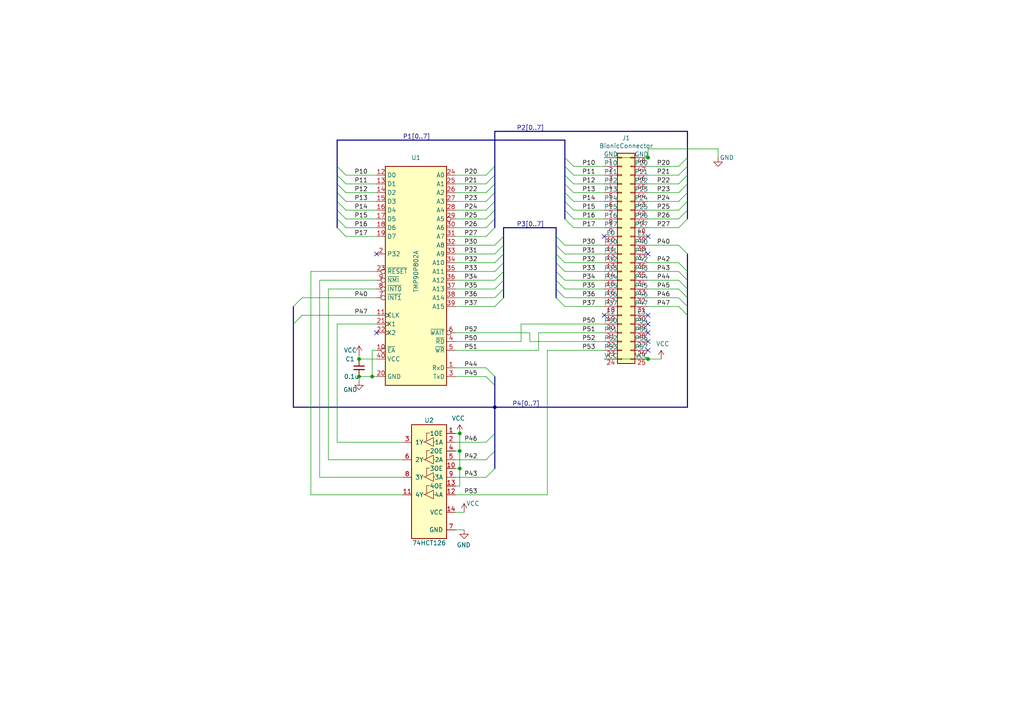
<source format=kicad_sch>
(kicad_sch (version 20211123) (generator eeschema)
  (paper "A4")
  (title_block (title "BionicTMP90P802 Mezzanine") (date "2022-01-20") (rev "1") (company "Tadashi G. Takaoka"))
  (lib_symbols
    (symbol "0-LocalLibrary:74HCT126" (pin_names (offset 1.016))
      (property "Reference" "U" (at 0 16.51 0))
      (property "Value" "74HCT126" (at 0 -19.05 0))
      (symbol "74HCT126_0_1"
        (polyline (pts (xy -1.2954 10.2108) (xy -1.6002 10.2108)))
        (polyline (pts (xy 1.2954 10.2362) (xy 1.651 10.2362)))
        (polyline (pts (xy 0.7112 10.5664) (xy 0.7112 12.827) (xy -0.127 12.827) (xy -0.1016 12.827)))
      )
      (symbol "74HCT126_1_0"
        (polyline (pts (xy 1.27 10.2362) (xy -1.27 11.5062) (xy -1.27 8.9662) (xy 1.27 10.2362)) (stroke (width 0.1524)))
        (pin input line (at -7.62 12.7 0) (length 2.54) (name "1OE") (number "1"))
        (pin input line (at -7.62 2.54 0) (length 2.54) (name "3OE") (number "10"))
        (pin tri_state line (at 7.62 -5.08 180) (length 2.54) (name "4Y") (number "11"))
        (pin input line (at -7.62 -5.08 0) (length 2.54) (name "4A") (number "12"))
        (pin input line (at -7.62 -2.54 0) (length 2.54) (name "4OE") (number "13"))
        (pin power_in line (at -7.62 -10.16 0) (length 2.54) (name "VCC") (number "14"))
        (pin input line (at -7.62 10.16 0) (length 2.54) (name "1A") (number "2"))
        (pin tri_state line (at 7.62 10.16 180) (length 2.54) (name "1Y") (number "3"))
        (pin input line (at -7.62 7.62 0) (length 2.54) (name "2OE") (number "4"))
        (pin input line (at -7.62 5.08 0) (length 2.54) (name "2A") (number "5"))
        (pin tri_state line (at 7.62 5.08 180) (length 2.54) (name "2Y") (number "6"))
        (pin power_in line (at -7.62 -15.24 0) (length 2.54) (name "GND") (number "7"))
        (pin tri_state line (at 7.62 0 180) (length 2.54) (name "3Y") (number "8"))
        (pin input line (at -7.62 0 0) (length 2.54) (name "3A") (number "9"))
      )
      (symbol "74HCT126_1_1"
        (rectangle (start -5.08 15.24) (end 5.08 -17.78) (stroke (width 0.254)) (fill (type background)))
        (polyline (pts (xy -1.2954 -5.0292) (xy -1.6002 -5.0292)))
        (polyline (pts (xy -1.2954 0.0508) (xy -1.6002 0.0508)))
        (polyline (pts (xy -1.2954 5.1308) (xy -1.6002 5.1308)))
        (polyline (pts (xy 1.2954 -5.0038) (xy 1.651 -5.0038)))
        (polyline (pts (xy 1.2954 0.0762) (xy 1.651 0.0762)))
        (polyline (pts (xy 1.2954 5.1562) (xy 1.651 5.1562)))
        (polyline (pts (xy 0.7112 -4.6736) (xy 0.7112 -2.413) (xy -0.127 -2.413) (xy -0.1016 -2.413)))
        (polyline (pts (xy 0.7112 0.4064) (xy 0.7112 2.667) (xy -0.127 2.667) (xy -0.1016 2.667)))
        (polyline (pts (xy 0.7112 5.4864) (xy 0.7112 7.747) (xy -0.127 7.747) (xy -0.1016 7.747)))
        (polyline (pts (xy 1.27 -5.0038) (xy -1.27 -3.7338) (xy -1.27 -6.2738) (xy 1.27 -5.0038)) (stroke (width 0.1524)))
        (polyline (pts (xy 1.27 0.0762) (xy -1.27 1.3462) (xy -1.27 -1.1938) (xy 1.27 0.0762)) (stroke (width 0.1524)))
        (polyline (pts (xy 1.27 5.1562) (xy -1.27 6.4262) (xy -1.27 3.8862) (xy 1.27 5.1562)) (stroke (width 0.1524)))
      )
    )
    (symbol "0-LocalLibrary:BionicConnector" (pin_names (offset 0))
      (property "Reference" "J" (at 1.27 30.48 0))
      (property "Value" "BionicConnector" (at 3.81 33.02 0))
      (symbol "BionicConnector_1_1"
        (rectangle (start -1.27 -30.353) (end 0 -30.607) (stroke (width 0.1524)))
        (rectangle (start -1.27 -27.813) (end 0 -28.067) (stroke (width 0.1524)))
        (rectangle (start -1.27 -25.273) (end 0 -25.527) (stroke (width 0.1524)))
        (rectangle (start -1.27 -22.733) (end 0 -22.987) (stroke (width 0.1524)))
        (rectangle (start -1.27 -20.193) (end 0 -20.447) (stroke (width 0.1524)))
        (rectangle (start -1.27 -17.653) (end 0 -17.907) (stroke (width 0.1524)))
        (rectangle (start -1.27 -15.113) (end 0 -15.367) (stroke (width 0.1524)))
        (rectangle (start -1.27 -12.573) (end 0 -12.827) (stroke (width 0.1524)))
        (rectangle (start -1.27 -10.033) (end 0 -10.287) (stroke (width 0.1524)))
        (rectangle (start -1.27 -7.493) (end 0 -7.747) (stroke (width 0.1524)))
        (rectangle (start -1.27 -4.953) (end 0 -5.207) (stroke (width 0.1524)))
        (rectangle (start -1.27 -2.413) (end 0 -2.667) (stroke (width 0.1524)))
        (rectangle (start -1.27 0.127) (end 0 -0.127) (stroke (width 0.1524)))
        (rectangle (start -1.27 2.667) (end 0 2.413) (stroke (width 0.1524)))
        (rectangle (start -1.27 5.207) (end 0 4.953) (stroke (width 0.1524)))
        (rectangle (start -1.27 7.747) (end 0 7.493) (stroke (width 0.1524)))
        (rectangle (start -1.27 10.287) (end 0 10.033) (stroke (width 0.1524)))
        (rectangle (start -1.27 12.827) (end 0 12.573) (stroke (width 0.1524)))
        (rectangle (start -1.27 15.367) (end 0 15.113) (stroke (width 0.1524)))
        (rectangle (start -1.27 17.907) (end 0 17.653) (stroke (width 0.1524)))
        (rectangle (start -1.27 20.447) (end 0 20.193) (stroke (width 0.1524)))
        (rectangle (start -1.27 22.987) (end 0 22.733) (stroke (width 0.1524)))
        (rectangle (start -1.27 25.527) (end 0 25.273) (stroke (width 0.1524)))
        (rectangle (start -1.27 28.067) (end 0 27.813) (stroke (width 0.1524)))
        (rectangle (start -1.27 29.21) (end 3.81 -31.75) (stroke (width 0.254)) (fill (type background)))
        (rectangle (start 3.81 -30.353) (end 2.54 -30.607) (stroke (width 0.1524)))
        (rectangle (start 3.81 -27.813) (end 2.54 -28.067) (stroke (width 0.1524)))
        (rectangle (start 3.81 -25.273) (end 2.54 -25.527) (stroke (width 0.1524)))
        (rectangle (start 3.81 -22.733) (end 2.54 -22.987) (stroke (width 0.1524)))
        (rectangle (start 3.81 -20.193) (end 2.54 -20.447) (stroke (width 0.1524)))
        (rectangle (start 3.81 -17.653) (end 2.54 -17.907) (stroke (width 0.1524)))
        (rectangle (start 3.81 -15.113) (end 2.54 -15.367) (stroke (width 0.1524)))
        (rectangle (start 3.81 -12.573) (end 2.54 -12.827) (stroke (width 0.1524)))
        (rectangle (start 3.81 -10.033) (end 2.54 -10.287) (stroke (width 0.1524)))
        (rectangle (start 3.81 -7.493) (end 2.54 -7.747) (stroke (width 0.1524)))
        (rectangle (start 3.81 -4.953) (end 2.54 -5.207) (stroke (width 0.1524)))
        (rectangle (start 3.81 -2.413) (end 2.54 -2.667) (stroke (width 0.1524)))
        (rectangle (start 3.81 0.127) (end 2.54 -0.127) (stroke (width 0.1524)))
        (rectangle (start 3.81 2.667) (end 2.54 2.413) (stroke (width 0.1524)))
        (rectangle (start 3.81 5.207) (end 2.54 4.953) (stroke (width 0.1524)))
        (rectangle (start 3.81 7.747) (end 2.54 7.493) (stroke (width 0.1524)))
        (rectangle (start 3.81 10.287) (end 2.54 10.033) (stroke (width 0.1524)))
        (rectangle (start 3.81 12.827) (end 2.54 12.573) (stroke (width 0.1524)))
        (rectangle (start 3.81 15.367) (end 2.54 15.113) (stroke (width 0.1524)))
        (rectangle (start 3.81 17.907) (end 2.54 17.653) (stroke (width 0.1524)))
        (rectangle (start 3.81 20.447) (end 2.54 20.193) (stroke (width 0.1524)))
        (rectangle (start 3.81 22.987) (end 2.54 22.733) (stroke (width 0.1524)))
        (rectangle (start 3.81 25.527) (end 2.54 25.273) (stroke (width 0.1524)))
        (rectangle (start 3.81 28.067) (end 2.54 27.813) (stroke (width 0.1524)))
        (pin power_out line (at -5.08 27.94 0) (length 3.81) (name "GND") (number "1"))
        (pin bidirectional line (at -5.08 5.08 0) (length 3.81) (name "E0") (number "10"))
        (pin bidirectional line (at -5.08 2.54 0) (length 3.81) (name "P30") (number "11"))
        (pin bidirectional line (at -5.08 0 0) (length 3.81) (name "P31") (number "12"))
        (pin bidirectional line (at -5.08 -2.54 0) (length 3.81) (name "P32") (number "13"))
        (pin bidirectional line (at -5.08 -5.08 0) (length 3.81) (name "P33") (number "14"))
        (pin bidirectional line (at -5.08 -7.62 0) (length 3.81) (name "P34") (number "15"))
        (pin bidirectional line (at -5.08 -10.16 0) (length 3.81) (name "P35") (number "16"))
        (pin bidirectional line (at -5.08 -12.7 0) (length 3.81) (name "P36") (number "17"))
        (pin bidirectional line (at -5.08 -15.24 0) (length 3.81) (name "P37") (number "18"))
        (pin bidirectional line (at -5.08 -17.78 0) (length 3.81) (name "E2") (number "19"))
        (pin bidirectional line (at -5.08 25.4 0) (length 3.81) (name "P10") (number "2"))
        (pin bidirectional line (at -5.08 -20.32 0) (length 3.81) (name "P50") (number "20"))
        (pin bidirectional line (at -5.08 -22.86 0) (length 3.81) (name "P51") (number "21"))
        (pin bidirectional line (at -5.08 -25.4 0) (length 3.81) (name "P52") (number "22"))
        (pin bidirectional line (at -5.08 -27.94 0) (length 3.81) (name "P53") (number "23"))
        (pin power_out line (at -5.08 -30.48 0) (length 3.81) (name "VCC") (number "24"))
        (pin power_in line (at 7.62 -30.48 180) (length 3.81) (name "VCC") (number "25"))
        (pin bidirectional line (at 7.62 -27.94 180) (length 3.81) (name "P57") (number "26"))
        (pin bidirectional line (at 7.62 -25.4 180) (length 3.81) (name "P56") (number "27"))
        (pin bidirectional line (at 7.62 -22.86 180) (length 3.81) (name "P55") (number "28"))
        (pin bidirectional line (at 7.62 -20.32 180) (length 3.81) (name "P54") (number "29"))
        (pin bidirectional line (at -5.08 22.86 0) (length 3.81) (name "P11") (number "3"))
        (pin bidirectional line (at 7.62 -17.78 180) (length 3.81) (name "E3") (number "30"))
        (pin bidirectional line (at 7.62 -15.24 180) (length 3.81) (name "P47") (number "31"))
        (pin bidirectional line (at 7.62 -12.7 180) (length 3.81) (name "P46") (number "32"))
        (pin bidirectional line (at 7.62 -10.16 180) (length 3.81) (name "P45") (number "33"))
        (pin bidirectional line (at 7.62 -7.62 180) (length 3.81) (name "P44") (number "34"))
        (pin bidirectional line (at 7.62 -5.08 180) (length 3.81) (name "P43") (number "35"))
        (pin bidirectional line (at 7.62 -2.54 180) (length 3.81) (name "P42") (number "36"))
        (pin bidirectional line (at 7.62 0 180) (length 3.81) (name "P41") (number "37"))
        (pin bidirectional line (at 7.62 2.54 180) (length 3.81) (name "P40") (number "38"))
        (pin bidirectional line (at 7.62 5.08 180) (length 3.81) (name "E1") (number "39"))
        (pin bidirectional line (at -5.08 20.32 0) (length 3.81) (name "P12") (number "4"))
        (pin bidirectional line (at 7.62 7.62 180) (length 3.81) (name "P27") (number "40"))
        (pin bidirectional line (at 7.62 10.16 180) (length 3.81) (name "P26") (number "41"))
        (pin bidirectional line (at 7.62 12.7 180) (length 3.81) (name "P25") (number "42"))
        (pin bidirectional line (at 7.62 15.24 180) (length 3.81) (name "P24") (number "43"))
        (pin bidirectional line (at 7.62 17.78 180) (length 3.81) (name "P23") (number "44"))
        (pin bidirectional line (at 7.62 20.32 180) (length 3.81) (name "P22") (number "45"))
        (pin bidirectional line (at 7.62 22.86 180) (length 3.81) (name "P21") (number "46"))
        (pin bidirectional line (at 7.62 25.4 180) (length 3.81) (name "P20") (number "47"))
        (pin power_in line (at 7.62 27.94 180) (length 3.81) (name "GND") (number "48"))
        (pin bidirectional line (at -5.08 17.78 0) (length 3.81) (name "P13") (number "5"))
        (pin bidirectional line (at -5.08 15.24 0) (length 3.81) (name "P14") (number "6"))
        (pin bidirectional line (at -5.08 12.7 0) (length 3.81) (name "P15") (number "7"))
        (pin bidirectional line (at -5.08 10.16 0) (length 3.81) (name "P16") (number "8"))
        (pin bidirectional line (at -5.08 7.62 0) (length 3.81) (name "P17") (number "9"))
      )
    )
    (symbol "0-LocalLibrary:TMP90P802A"
      (property "Reference" "U" (at -1.27 31.75 0))
      (property "Value" "TMP90P802A" (at 0 -3.81 90))
      (symbol "TMP90P802A_0_1"
        (rectangle (start -8.89 -33.02) (end 8.89 30.48) (stroke (width 0.254)) (fill (type background)))
      )
      (symbol "TMP90P802A_1_1"
        (pin input line (at 11.43 -27.94 180) (length 2.54) (name "RxD") (number "1"))
        (pin input inverted (at -11.43 -22.86 0) (length 2.54) (name "~{EA}") (number "10"))
        (pin output clock (at -11.43 -12.7 0) (length 2.54) (name "CLK") (number "11"))
        (pin bidirectional line (at -11.43 27.94 0) (length 2.54) (name "D0") (number "12"))
        (pin bidirectional line (at -11.43 25.4 0) (length 2.54) (name "D1") (number "13"))
        (pin bidirectional line (at -11.43 22.86 0) (length 2.54) (name "D2") (number "14"))
        (pin bidirectional line (at -11.43 20.32 0) (length 2.54) (name "D3") (number "15"))
        (pin bidirectional line (at -11.43 17.78 0) (length 2.54) (name "D4") (number "16"))
        (pin bidirectional line (at -11.43 15.24 0) (length 2.54) (name "D5") (number "17"))
        (pin bidirectional line (at -11.43 12.7 0) (length 2.54) (name "D6") (number "18"))
        (pin bidirectional line (at -11.43 10.16 0) (length 2.54) (name "D7") (number "19"))
        (pin bidirectional line (at -11.43 5.08 0) (length 2.54) (name "P32") (number "2"))
        (pin power_in line (at -11.43 -30.48 0) (length 2.54) (name "GND") (number "20"))
        (pin input clock (at -11.43 -15.24 0) (length 2.54) (name "X1") (number "21"))
        (pin passive clock (at -11.43 -17.78 0) (length 2.54) (name "X2") (number "22"))
        (pin input inverted (at -11.43 0 0) (length 2.54) (name "~{RESET}") (number "23"))
        (pin output line (at 11.43 27.94 180) (length 2.54) (name "A0") (number "24"))
        (pin output line (at 11.43 25.4 180) (length 2.54) (name "A1") (number "25"))
        (pin output line (at 11.43 22.86 180) (length 2.54) (name "A2") (number "26"))
        (pin output line (at 11.43 20.32 180) (length 2.54) (name "A3") (number "27"))
        (pin output line (at 11.43 17.78 180) (length 2.54) (name "A4") (number "28"))
        (pin output inverted (at 11.43 15.24 180) (length 2.54) (name "A5") (number "29"))
        (pin output line (at 11.43 -30.48 180) (length 2.54) (name "TxD") (number "3"))
        (pin output line (at 11.43 12.7 180) (length 2.54) (name "A6") (number "30"))
        (pin output line (at 11.43 10.16 180) (length 2.54) (name "A7") (number "31"))
        (pin output line (at 11.43 7.62 180) (length 2.54) (name "A8") (number "32"))
        (pin output line (at 11.43 5.08 180) (length 2.54) (name "A9") (number "33"))
        (pin output line (at 11.43 2.54 180) (length 2.54) (name "A10") (number "34"))
        (pin output line (at 11.43 0 180) (length 2.54) (name "A11") (number "35"))
        (pin output line (at 11.43 -2.54 180) (length 2.54) (name "A12") (number "36"))
        (pin output line (at 11.43 -5.08 180) (length 2.54) (name "A13") (number "37"))
        (pin output line (at 11.43 -7.62 180) (length 2.54) (name "A14") (number "38"))
        (pin output line (at 11.43 -10.16 180) (length 2.54) (name "A15") (number "39"))
        (pin output line (at 11.43 -20.32 180) (length 2.54) (name "~{RD}") (number "4"))
        (pin power_in line (at -11.43 -25.4 0) (length 2.54) (name "VCC") (number "40"))
        (pin output line (at 11.43 -22.86 180) (length 2.54) (name "~{WR}") (number "5"))
        (pin input inverted (at 11.43 -17.78 180) (length 2.54) (name "~{WAIT}") (number "6"))
        (pin input inverted (at -11.43 -7.62 0) (length 2.54) (name "~{INT1}") (number "7"))
        (pin input inverted (at -11.43 -5.08 0) (length 2.54) (name "~{INT0}") (number "8"))
        (pin input inverted (at -11.43 -2.54 0) (length 2.54) (name "~{NMI}") (number "9"))
      )
    )
    (symbol "Device:C_Small" (pin_numbers hide) (pin_names (offset 0.254) hide)
      (property "Reference" "C" (at 0.254 1.778 0))
      (property "Value" "C_Small" (at 0.254 -2.032 0))
      (symbol "C_Small_0_1"
        (polyline (pts (xy -1.524 -0.508) (xy 1.524 -0.508)) (stroke (width 0.3302)))
        (polyline (pts (xy -1.524 0.508) (xy 1.524 0.508)) (stroke (width 0.3048)))
      )
      (symbol "C_Small_1_1"
        (pin passive line (at 0 2.54 270) (length 2.032) (name "~") (number "1"))
        (pin passive line (at 0 -2.54 90) (length 2.032) (name "~") (number "2"))
      )
    )
    (symbol "power:GND" (power) (pin_names (offset 0))
      (property "Value" "GND" (at 0 -3.81 0))
      (symbol "GND_0_1"
        (polyline (pts (xy 0 0) (xy 0 -1.27) (xy 1.27 -1.27) (xy 0 -2.54) (xy -1.27 -1.27) (xy 0 -1.27)))
      )
      (symbol "GND_1_1"
        (pin power_in line (at 0 0 270) (length 0) hide (name "GND") (number "1"))
      )
    )
    (symbol "power:VCC" (power) (pin_names (offset 0))
      (property "Value" "VCC" (at 0 3.81 0))
      (symbol "VCC_0_1"
        (polyline (pts (xy -0.762 1.27) (xy 0 2.54)))
        (polyline (pts (xy 0 0) (xy 0 2.54)))
        (polyline (pts (xy 0 2.54) (xy 0.762 1.27)))
      )
      (symbol "VCC_1_1"
        (pin power_in line (at 0 0 90) (length 0) hide (name "VCC") (number "1"))
      )
    )
  )
  (junction (at 104.14 109.22))
  (junction (at 133.35 130.81))
  (junction (at 104.14 104.14))
  (junction (at 133.35 125.73))
  (junction (at 187.96 104.14))
  (junction (at 143.51 118.11))
  (junction (at 187.96 45.72))
  (junction (at 133.35 135.89))
  (junction (at 107.95 109.22))
  (no_connect (at 175.26 91.44))
  (no_connect (at 187.96 68.58))
  (no_connect (at 175.26 68.58))
  (no_connect (at 109.22 73.66))
  (no_connect (at 187.96 99.06))
  (no_connect (at 187.96 73.66))
  (no_connect (at 187.96 96.52))
  (no_connect (at 187.96 91.44))
  (no_connect (at 187.96 93.98))
  (no_connect (at 187.96 101.6))
  (no_connect (at 109.22 96.52))
  (bus_entry (at 161.29 73.66) (size 2.54 2.54))
  (bus_entry (at 143.51 55.88) (size -2.54 2.54))
  (bus_entry (at 199.39 58.42) (size -2.54 2.54))
  (bus_entry (at 196.85 81.28) (size 2.54 2.54))
  (bus_entry (at 143.51 135.89) (size -2.54 2.54))
  (bus_entry (at 146.05 86.36) (size -2.54 2.54))
  (bus_entry (at 143.51 109.22) (size -2.54 -2.54))
  (bus_entry (at 199.39 48.26) (size -2.54 2.54))
  (bus_entry (at 196.85 78.74) (size 2.54 2.54))
  (bus_entry (at 100.33 60.96) (size -2.54 -2.54))
  (bus_entry (at 146.05 78.74) (size -2.54 2.54))
  (bus_entry (at 161.29 76.2) (size 2.54 2.54))
  (bus_entry (at 166.37 60.96) (size -2.54 -2.54))
  (bus_entry (at 143.51 78.74) (size 2.54 -2.54))
  (bus_entry (at 100.33 55.88) (size -2.54 -2.54))
  (bus_entry (at 196.85 86.36) (size 2.54 2.54))
  (bus_entry (at 143.51 63.5) (size -2.54 2.54))
  (bus_entry (at 196.85 76.2) (size 2.54 2.54))
  (bus_entry (at 196.85 83.82) (size 2.54 2.54))
  (bus_entry (at 166.37 63.5) (size -2.54 -2.54))
  (bus_entry (at 143.51 53.34) (size -2.54 2.54))
  (bus_entry (at 143.51 50.8) (size -2.54 2.54))
  (bus_entry (at 161.29 78.74) (size 2.54 2.54))
  (bus_entry (at 143.51 48.26) (size -2.54 2.54))
  (bus_entry (at 161.29 86.36) (size 2.54 2.54))
  (bus_entry (at 100.33 50.8) (size -2.54 -2.54))
  (bus_entry (at 161.29 81.28) (size 2.54 2.54))
  (bus_entry (at 161.29 83.82) (size 2.54 2.54))
  (bus_entry (at 199.39 63.5) (size -2.54 2.54))
  (bus_entry (at 199.39 55.88) (size -2.54 2.54))
  (bus_entry (at 196.85 88.9) (size 2.54 2.54))
  (bus_entry (at 199.39 50.8) (size -2.54 2.54))
  (bus_entry (at 87.63 91.44) (size -2.54 2.54))
  (bus_entry (at 100.33 58.42) (size -2.54 -2.54))
  (bus_entry (at 166.37 66.04) (size -2.54 -2.54))
  (bus_entry (at 143.51 73.66) (size 2.54 -2.54))
  (bus_entry (at 143.51 71.12) (size 2.54 -2.54))
  (bus_entry (at 196.85 48.26) (size 2.54 -2.54))
  (bus_entry (at 143.51 60.96) (size -2.54 2.54))
  (bus_entry (at 143.51 125.73) (size -2.54 2.54))
  (bus_entry (at 140.97 109.22) (size 2.54 2.54))
  (bus_entry (at 161.29 71.12) (size 2.54 2.54))
  (bus_entry (at 100.33 53.34) (size -2.54 -2.54))
  (bus_entry (at 161.29 68.58) (size 2.54 2.54))
  (bus_entry (at 196.85 71.12) (size 2.54 2.54))
  (bus_entry (at 166.37 58.42) (size -2.54 -2.54))
  (bus_entry (at 143.51 58.42) (size -2.54 2.54))
  (bus_entry (at 166.37 48.26) (size -2.54 -2.54))
  (bus_entry (at 100.33 66.04) (size -2.54 -2.54))
  (bus_entry (at 87.63 86.36) (size -2.54 2.54))
  (bus_entry (at 146.05 81.28) (size -2.54 2.54))
  (bus_entry (at 100.33 63.5) (size -2.54 -2.54))
  (bus_entry (at 143.51 130.81) (size -2.54 2.54))
  (bus_entry (at 166.37 50.8) (size -2.54 -2.54))
  (bus_entry (at 143.51 76.2) (size 2.54 -2.54))
  (bus_entry (at 166.37 53.34) (size -2.54 -2.54))
  (bus_entry (at 199.39 53.34) (size -2.54 2.54))
  (bus_entry (at 100.33 68.58) (size -2.54 -2.54))
  (bus_entry (at 146.05 83.82) (size -2.54 2.54))
  (bus_entry (at 199.39 60.96) (size -2.54 2.54))
  (bus_entry (at 166.37 55.88) (size -2.54 -2.54))
  (bus_entry (at 143.51 66.04) (size -2.54 2.54))
  (bus (pts (xy 143.51 55.88) (xy 143.51 58.42)))
  (wire (pts (xy 156.21 101.6) (xy 156.21 96.52)))
  (wire (pts (xy 175.26 63.5) (xy 166.37 63.5)))
  (wire (pts (xy 116.84 138.43) (xy 92.71 138.43)))
  (bus (pts (xy 161.29 76.2) (xy 161.29 78.74)))
  (wire (pts (xy 132.08 68.58) (xy 140.97 68.58)))
  (bus (pts (xy 143.51 118.11) (xy 199.39 118.11)))
  (bus (pts (xy 143.51 63.5) (xy 143.51 66.04)))
  (wire (pts (xy 109.22 63.5) (xy 100.33 63.5)))
  (wire (pts (xy 132.08 60.96) (xy 140.97 60.96)))
  (bus (pts (xy 143.51 111.76) (xy 143.51 118.11)))
  (bus (pts (xy 199.39 55.88) (xy 199.39 58.42)))
  (bus (pts (xy 143.51 109.22) (xy 143.51 111.76)))
  (wire (pts (xy 132.08 83.82) (xy 143.51 83.82)))
  (bus (pts (xy 163.83 48.26) (xy 163.83 50.8)))
  (wire (pts (xy 132.08 88.9) (xy 143.51 88.9)))
  (wire (pts (xy 109.22 101.6) (xy 107.95 101.6)))
  (bus (pts (xy 161.29 66.04) (xy 161.29 68.58)))
  (wire (pts (xy 175.26 48.26) (xy 166.37 48.26)))
  (wire (pts (xy 107.95 109.22) (xy 109.22 109.22)))
  (wire (pts (xy 132.08 86.36) (xy 143.51 86.36)))
  (wire (pts (xy 163.83 88.9) (xy 175.26 88.9)))
  (bus (pts (xy 199.39 45.72) (xy 199.39 48.26)))
  (wire (pts (xy 132.08 71.12) (xy 143.51 71.12)))
  (wire (pts (xy 109.22 78.74) (xy 90.17 78.74)))
  (wire (pts (xy 104.14 104.14) (xy 109.22 104.14)))
  (bus (pts (xy 146.05 78.74) (xy 146.05 81.28)))
  (bus (pts (xy 199.39 88.9) (xy 199.39 91.44)))
  (wire (pts (xy 133.35 125.73) (xy 133.35 130.81)))
  (wire (pts (xy 187.96 86.36) (xy 196.85 86.36)))
  (bus (pts (xy 85.09 118.11) (xy 143.51 118.11)))
  (wire (pts (xy 133.35 130.81) (xy 132.08 130.81)))
  (bus (pts (xy 163.83 60.96) (xy 163.83 63.5)))
  (bus (pts (xy 97.79 58.42) (xy 97.79 60.96)))
  (wire (pts (xy 187.96 63.5) (xy 196.85 63.5)))
  (bus (pts (xy 199.39 73.66) (xy 199.39 78.74)))
  (wire (pts (xy 187.96 83.82) (xy 196.85 83.82)))
  (wire (pts (xy 208.28 43.18) (xy 208.28 45.72)))
  (wire (pts (xy 97.79 93.98) (xy 97.79 128.27)))
  (bus (pts (xy 146.05 71.12) (xy 146.05 73.66)))
  (wire (pts (xy 187.96 81.28) (xy 196.85 81.28)))
  (bus (pts (xy 143.51 53.34) (xy 143.51 55.88)))
  (bus (pts (xy 97.79 55.88) (xy 97.79 58.42)))
  (bus (pts (xy 163.83 53.34) (xy 163.83 55.88)))
  (wire (pts (xy 132.08 99.06) (xy 151.13 99.06)))
  (bus (pts (xy 163.83 40.64) (xy 163.83 45.72)))
  (bus (pts (xy 163.83 45.72) (xy 163.83 48.26)))
  (wire (pts (xy 132.08 128.27) (xy 140.97 128.27)))
  (wire (pts (xy 132.08 66.04) (xy 140.97 66.04)))
  (wire (pts (xy 109.22 55.88) (xy 100.33 55.88)))
  (bus (pts (xy 97.79 60.96) (xy 97.79 63.5)))
  (wire (pts (xy 163.83 73.66) (xy 175.26 73.66)))
  (wire (pts (xy 92.71 138.43) (xy 92.71 81.28)))
  (bus (pts (xy 143.51 118.11) (xy 143.51 125.73)))
  (bus (pts (xy 97.79 50.8) (xy 97.79 53.34)))
  (wire (pts (xy 109.22 58.42) (xy 100.33 58.42)))
  (wire (pts (xy 187.96 71.12) (xy 196.85 71.12)))
  (wire (pts (xy 163.83 71.12) (xy 175.26 71.12)))
  (wire (pts (xy 109.22 68.58) (xy 100.33 68.58)))
  (bus (pts (xy 199.39 83.82) (xy 199.39 86.36)))
  (wire (pts (xy 175.26 58.42) (xy 166.37 58.42)))
  (wire (pts (xy 132.08 148.59) (xy 134.62 148.59)))
  (bus (pts (xy 199.39 38.1) (xy 199.39 45.72)))
  (wire (pts (xy 132.08 81.28) (xy 143.51 81.28)))
  (bus (pts (xy 85.09 93.98) (xy 85.09 118.11)))
  (wire (pts (xy 187.96 55.88) (xy 196.85 55.88)))
  (wire (pts (xy 107.95 101.6) (xy 107.95 109.22)))
  (wire (pts (xy 95.25 83.82) (xy 95.25 133.35)))
  (wire (pts (xy 132.08 73.66) (xy 143.51 73.66)))
  (wire (pts (xy 175.26 66.04) (xy 166.37 66.04)))
  (wire (pts (xy 187.96 66.04) (xy 196.85 66.04)))
  (wire (pts (xy 175.26 60.96) (xy 166.37 60.96)))
  (wire (pts (xy 187.96 53.34) (xy 196.85 53.34)))
  (wire (pts (xy 132.08 76.2) (xy 143.51 76.2)))
  (bus (pts (xy 143.51 60.96) (xy 143.51 63.5)))
  (bus (pts (xy 143.51 58.42) (xy 143.51 60.96)))
  (bus (pts (xy 163.83 50.8) (xy 163.83 53.34)))
  (bus (pts (xy 97.79 53.34) (xy 97.79 55.88)))
  (wire (pts (xy 187.96 50.8) (xy 196.85 50.8)))
  (bus (pts (xy 199.39 53.34) (xy 199.39 55.88)))
  (bus (pts (xy 143.51 48.26) (xy 143.51 50.8)))
  (bus (pts (xy 199.39 91.44) (xy 199.39 118.11)))
  (wire (pts (xy 92.71 81.28) (xy 109.22 81.28)))
  (wire (pts (xy 187.96 104.14) (xy 191.77 104.14)))
  (wire (pts (xy 163.83 83.82) (xy 175.26 83.82)))
  (wire (pts (xy 109.22 86.36) (xy 87.63 86.36)))
  (wire (pts (xy 133.35 140.97) (xy 132.08 140.97)))
  (bus (pts (xy 199.39 81.28) (xy 199.39 83.82)))
  (wire (pts (xy 132.08 143.51) (xy 158.75 143.51)))
  (wire (pts (xy 132.08 138.43) (xy 140.97 138.43)))
  (bus (pts (xy 146.05 68.58) (xy 146.05 66.04)))
  (wire (pts (xy 133.35 130.81) (xy 133.35 135.89)))
  (wire (pts (xy 158.75 101.6) (xy 175.26 101.6)))
  (wire (pts (xy 133.35 135.89) (xy 132.08 135.89)))
  (bus (pts (xy 146.05 83.82) (xy 146.05 86.36)))
  (wire (pts (xy 151.13 99.06) (xy 151.13 93.98)))
  (bus (pts (xy 199.39 86.36) (xy 199.39 88.9)))
  (bus (pts (xy 146.05 68.58) (xy 146.05 71.12)))
  (wire (pts (xy 109.22 60.96) (xy 100.33 60.96)))
  (wire (pts (xy 132.08 101.6) (xy 156.21 101.6)))
  (wire (pts (xy 153.67 99.06) (xy 175.26 99.06)))
  (wire (pts (xy 158.75 101.6) (xy 158.75 143.51)))
  (bus (pts (xy 146.05 76.2) (xy 146.05 78.74)))
  (wire (pts (xy 132.08 50.8) (xy 140.97 50.8)))
  (wire (pts (xy 151.13 93.98) (xy 175.26 93.98)))
  (wire (pts (xy 175.26 50.8) (xy 166.37 50.8)))
  (wire (pts (xy 175.26 55.88) (xy 166.37 55.88)))
  (bus (pts (xy 85.09 88.9) (xy 85.09 93.98)))
  (bus (pts (xy 143.51 38.1) (xy 143.51 48.26)))
  (bus (pts (xy 146.05 73.66) (xy 146.05 76.2)))
  (wire (pts (xy 163.83 81.28) (xy 175.26 81.28)))
  (wire (pts (xy 132.08 55.88) (xy 140.97 55.88)))
  (wire (pts (xy 132.08 133.35) (xy 140.97 133.35)))
  (bus (pts (xy 97.79 40.64) (xy 163.83 40.64)))
  (wire (pts (xy 132.08 78.74) (xy 143.51 78.74)))
  (bus (pts (xy 161.29 71.12) (xy 161.29 73.66)))
  (wire (pts (xy 132.08 53.34) (xy 140.97 53.34)))
  (wire (pts (xy 187.96 48.26) (xy 196.85 48.26)))
  (bus (pts (xy 97.79 63.5) (xy 97.79 66.04)))
  (wire (pts (xy 132.08 109.22) (xy 140.97 109.22)))
  (wire (pts (xy 97.79 93.98) (xy 109.22 93.98)))
  (bus (pts (xy 161.29 83.82) (xy 161.29 86.36)))
  (bus (pts (xy 163.83 58.42) (xy 163.83 60.96)))
  (wire (pts (xy 104.14 104.14) (xy 104.14 102.87)))
  (wire (pts (xy 163.83 86.36) (xy 175.26 86.36)))
  (wire (pts (xy 109.22 53.34) (xy 100.33 53.34)))
  (wire (pts (xy 116.84 133.35) (xy 95.25 133.35)))
  (wire (pts (xy 187.96 60.96) (xy 196.85 60.96)))
  (wire (pts (xy 87.63 91.44) (xy 109.22 91.44)))
  (bus (pts (xy 161.29 68.58) (xy 161.29 71.12)))
  (bus (pts (xy 143.51 50.8) (xy 143.51 53.34)))
  (bus (pts (xy 143.51 38.1) (xy 199.39 38.1)))
  (wire (pts (xy 132.08 96.52) (xy 153.67 96.52)))
  (wire (pts (xy 187.96 88.9) (xy 196.85 88.9)))
  (wire (pts (xy 104.14 109.22) (xy 107.95 109.22)))
  (wire (pts (xy 153.67 96.52) (xy 153.67 99.06)))
  (bus (pts (xy 161.29 78.74) (xy 161.29 81.28)))
  (bus (pts (xy 97.79 48.26) (xy 97.79 50.8)))
  (wire (pts (xy 175.26 104.14) (xy 187.96 104.14)))
  (wire (pts (xy 134.62 153.67) (xy 132.08 153.67)))
  (wire (pts (xy 132.08 63.5) (xy 140.97 63.5)))
  (wire (pts (xy 163.83 78.74) (xy 175.26 78.74)))
  (bus (pts (xy 146.05 81.28) (xy 146.05 83.82)))
  (wire (pts (xy 132.08 125.73) (xy 133.35 125.73)))
  (bus (pts (xy 143.51 125.73) (xy 143.51 130.81)))
  (wire (pts (xy 116.84 128.27) (xy 97.79 128.27)))
  (wire (pts (xy 175.26 45.72) (xy 187.96 45.72)))
  (bus (pts (xy 146.05 66.04) (xy 161.29 66.04)))
  (bus (pts (xy 199.39 58.42) (xy 199.39 60.96)))
  (bus (pts (xy 199.39 60.96) (xy 199.39 63.5)))
  (wire (pts (xy 156.21 96.52) (xy 175.26 96.52)))
  (wire (pts (xy 175.26 53.34) (xy 166.37 53.34)))
  (bus (pts (xy 161.29 81.28) (xy 161.29 83.82)))
  (wire (pts (xy 132.08 106.68) (xy 140.97 106.68)))
  (wire (pts (xy 133.35 135.89) (xy 133.35 140.97)))
  (wire (pts (xy 109.22 83.82) (xy 95.25 83.82)))
  (wire (pts (xy 187.96 43.18) (xy 187.96 45.72)))
  (wire (pts (xy 132.08 58.42) (xy 140.97 58.42)))
  (wire (pts (xy 187.96 43.18) (xy 208.28 43.18)))
  (bus (pts (xy 199.39 78.74) (xy 199.39 81.28)))
  (bus (pts (xy 199.39 50.8) (xy 199.39 53.34)))
  (bus (pts (xy 161.29 73.66) (xy 161.29 76.2)))
  (bus (pts (xy 143.51 130.81) (xy 143.51 135.89)))
  (wire (pts (xy 187.96 58.42) (xy 196.85 58.42)))
  (wire (pts (xy 187.96 78.74) (xy 196.85 78.74)))
  (bus (pts (xy 163.83 55.88) (xy 163.83 58.42)))
  (wire (pts (xy 104.14 110.49) (xy 104.14 109.22)))
  (wire (pts (xy 90.17 78.74) (xy 90.17 143.51)))
  (wire (pts (xy 187.96 76.2) (xy 196.85 76.2)))
  (bus (pts (xy 199.39 48.26) (xy 199.39 50.8)))
  (wire (pts (xy 109.22 50.8) (xy 100.33 50.8)))
  (wire (pts (xy 163.83 76.2) (xy 175.26 76.2)))
  (wire (pts (xy 90.17 143.51) (xy 116.84 143.51)))
  (bus (pts (xy 97.79 40.64) (xy 97.79 48.26)))
  (wire (pts (xy 109.22 66.04) (xy 100.33 66.04)))
  (label "P46" (at 190.5 86.36 0))
  (label "P17" (at 106.68 68.58 180))
  (label "P52" (at 172.72 99.06 180))
  (label "P32" (at 172.72 76.2 180))
  (label "P22" (at 190.5 53.34 0))
  (label "P2[0..7]" (at 149.86 38.1 0))
  (label "P45" (at 190.5 83.82 0))
  (label "P27" (at 190.5 66.04 0))
  (label "P53" (at 172.72 101.6 180))
  (label "P23" (at 190.5 55.88 0))
  (label "P32" (at 134.62 76.2 0))
  (label "P3[0..7]" (at 149.86 66.04 0))
  (label "P47" (at 106.68 91.44 180))
  (label "P50" (at 172.72 93.98 180))
  (label "P21" (at 134.62 53.34 0))
  (label "P40" (at 190.5 71.12 0))
  (label "P43" (at 190.5 78.74 0))
  (label "P10" (at 172.72 48.26 180))
  (label "P42" (at 134.62 133.35 0))
  (label "P16" (at 172.72 63.5 180))
  (label "P23" (at 134.62 58.42 0))
  (label "P13" (at 172.72 55.88 180))
  (label "P34" (at 172.72 81.28 180))
  (label "P51" (at 134.62 101.6 0))
  (label "P1[0..7]" (at 116.84 40.64 0))
  (label "P14" (at 106.68 60.96 180))
  (label "P26" (at 190.5 63.5 0))
  (label "P50" (at 134.62 99.06 0))
  (label "P14" (at 172.72 58.42 180))
  (label "P25" (at 190.5 60.96 0))
  (label "P20" (at 190.5 48.26 0))
  (label "P12" (at 106.68 55.88 180))
  (label "P11" (at 106.68 53.34 180))
  (label "P22" (at 134.62 55.88 0))
  (label "P35" (at 134.62 83.82 0))
  (label "P44" (at 190.5 81.28 0))
  (label "P46" (at 134.62 128.27 0))
  (label "P36" (at 172.72 86.36 180))
  (label "P26" (at 134.62 66.04 0))
  (label "P17" (at 172.72 66.04 180))
  (label "P16" (at 106.68 66.04 180))
  (label "P31" (at 172.72 73.66 180))
  (label "P25" (at 134.62 63.5 0))
  (label "P52" (at 134.62 96.52 0))
  (label "P11" (at 172.72 50.8 180))
  (label "P35" (at 172.72 83.82 180))
  (label "P33" (at 172.72 78.74 180))
  (label "P33" (at 134.62 78.74 0))
  (label "P20" (at 134.62 50.8 0))
  (label "P24" (at 190.5 58.42 0))
  (label "P30" (at 134.62 71.12 0))
  (label "P30" (at 172.72 71.12 180))
  (label "P44" (at 134.62 106.68 0))
  (label "P43" (at 134.62 138.43 0))
  (label "P21" (at 190.5 50.8 0))
  (label "P47" (at 190.5 88.9 0))
  (label "P10" (at 106.68 50.8 180))
  (label "P15" (at 106.68 63.5 180))
  (label "P27" (at 134.62 68.58 0))
  (label "P53" (at 134.62 143.51 0))
  (label "P13" (at 106.68 58.42 180))
  (label "P40" (at 106.68 86.36 180))
  (label "P31" (at 134.62 73.66 0))
  (label "P36" (at 134.62 86.36 0))
  (label "P12" (at 172.72 53.34 180))
  (label "P4[0..7]" (at 148.59 118.11 0))
  (label "P15" (at 172.72 60.96 180))
  (label "P37" (at 134.62 88.9 0))
  (label "P42" (at 190.5 76.2 0))
  (label "P45" (at 134.62 109.22 0))
  (label "P24" (at 134.62 60.96 0))
  (label "P51" (at 172.72 96.52 180))
  (label "P34" (at 134.62 81.28 0))
  (label "P37" (at 172.72 88.9 180))
  (symbol (lib_id "power:VCC") (at 104.14 102.87 0) (mirror y) (unit 1)
    (property "Reference" "#PWR03" (effects hide))
    (property "Value" "VCC" (at 101.6 101.6 0))
  )
  (symbol (lib_id "power:GND") (at 104.14 110.49 0) (mirror y) (unit 1)
    (property "Reference" "#PWR04" (effects hide))
    (property "Value" "GND" (at 101.6 113.03 0))
  )
  (symbol (lib_id "Device:C_Small") (at 104.14 106.68 0) (mirror y) (unit 1)
    (property "Reference" "C1" (at 102.87 104.14 0) (effects (justify left)))
    (property "Value" "0.1u" (at 104.14 109.22 0) (effects (justify left)))
    (property "Footprint" "Capacitor_THT:C_Disc_D3.4mm_W2.1mm_P2.50mm" (effects hide))
  )
  (symbol (lib_id "power:GND") (at 208.28 45.72 0) (unit 1)
    (property "Reference" "#PWR0101" (effects hide))
    (property "Value" "GND" (at 210.82 45.72 0))
  )
  (symbol (lib_id "power:VCC") (at 191.77 104.14 0) (unit 1)
    (property "Reference" "#PWR0102" (effects hide))
    (property "Value" "VCC" (at 192.2018 99.7458 0))
  )
  (symbol (lib_id "0-LocalLibrary:74HCT126") (at 124.46 138.43 0) (mirror y) (unit 1)
    (property "Reference" "U2" (at 124.46 121.92 0))
    (property "Value" "74HCT126" (at 124.46 157.48 0))
    (property "Footprint" "Package_DIP:DIP-14_W7.62mm" (effects hide))
    (property "Datasheet" "https://www.ti.com/lit/ds/symlink/cd74hct126.pdf" (effects hide))
  )
  (symbol (lib_id "power:VCC") (at 133.35 125.73 0) (mirror y) (unit 1)
    (property "Reference" "#PWR06" (effects hide))
    (property "Value" "VCC" (at 132.9182 121.3358 0))
  )
  (symbol (lib_id "power:VCC") (at 134.62 148.59 0) (mirror y) (unit 1)
    (property "Reference" "#PWR02" (effects hide))
    (property "Value" "VCC" (at 137.16 146.05 0))
  )
  (symbol (lib_id "power:GND") (at 134.62 153.67 0) (mirror y) (unit 1)
    (property "Reference" "#PWR05" (effects hide))
    (property "Value" "GND" (at 134.493 158.0642 0))
  )
  (symbol (lib_id "0-LocalLibrary:BionicConnector") (at 180.34 73.66 0) (unit 1)
    (property "Reference" "J1" (at 181.61 40.005 0))
    (property "Value" "BionicConnector" (at 181.61 42.3164 0))
    (property "Footprint" "0-LocalLibrary:DIP-48_W7.62mm" (effects hide))
    (property "Datasheet" "https://www.arieselec.com/wp-content/uploads/2020/02/10001-universal-dip-zif-test-socket.pdf" (effects hide))
  )
  (symbol (lib_id "0-LocalLibrary:TMP90P802A") (at 120.65 78.74 0) (unit 1)
    (property "Reference" "U1" (at 120.65 45.72 0))
    (property "Value" "TMP90P802A" (at 120.65 78.74 90))
    (property "Footprint" "Package_DIP:DIP-40_W15.24mm" (effects hide))
    (property "Datasheet" "https://datasheetspdf.com/pdf-file/688246/Toshiba/TMP90P802A/1" (effects hide))
  )
)
</source>
